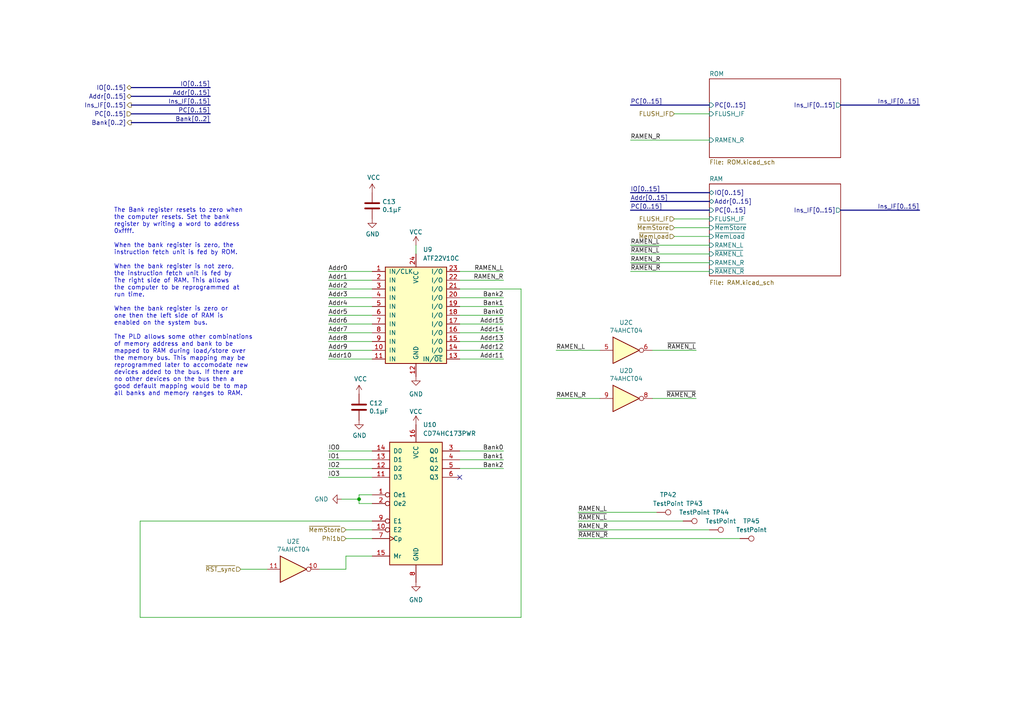
<source format=kicad_sch>
(kicad_sch (version 20250114) (generator "eeschema") (generator_version "9.0")
  (paper "A4")
  (title_block (date "2023-11-07") (rev "D"))
  (lib_symbols
    (symbol "74xx:74LS04"
      (property "Reference" "U" (at 0 1.27 0))
      (property "Value" "74LS04" (at 0 -1.27 0))
      (symbol "74LS04_1_0"
        (polyline (pts (xy -3.81 3.81) (xy -3.81 -3.81) (xy 3.81 0) (xy -3.81 3.81)) (stroke (width 0.254)) (fill (type background)))
        (pin input line (at -7.62 0 0) (length 3.81) (name "~") (number "1"))
        (pin output inverted (at 7.62 0 180) (length 3.81) (name "~") (number "2"))
      )
      (symbol "74LS04_2_0"
        (polyline (pts (xy -3.81 3.81) (xy -3.81 -3.81) (xy 3.81 0) (xy -3.81 3.81)) (stroke (width 0.254)) (fill (type background)))
        (pin input line (at -7.62 0 0) (length 3.81) (name "~") (number "3"))
        (pin output inverted (at 7.62 0 180) (length 3.81) (name "~") (number "4"))
      )
      (symbol "74LS04_3_0"
        (polyline (pts (xy -3.81 3.81) (xy -3.81 -3.81) (xy 3.81 0) (xy -3.81 3.81)) (stroke (width 0.254)) (fill (type background)))
        (pin input line (at -7.62 0 0) (length 3.81) (name "~") (number "5"))
        (pin output inverted (at 7.62 0 180) (length 3.81) (name "~") (number "6"))
      )
      (symbol "74LS04_4_0"
        (polyline (pts (xy -3.81 3.81) (xy -3.81 -3.81) (xy 3.81 0) (xy -3.81 3.81)) (stroke (width 0.254)) (fill (type background)))
        (pin input line (at -7.62 0 0) (length 3.81) (name "~") (number "9"))
        (pin output inverted (at 7.62 0 180) (length 3.81) (name "~") (number "8"))
      )
      (symbol "74LS04_5_0"
        (polyline (pts (xy -3.81 3.81) (xy -3.81 -3.81) (xy 3.81 0) (xy -3.81 3.81)) (stroke (width 0.254)) (fill (type background)))
        (pin input line (at -7.62 0 0) (length 3.81) (name "~") (number "11"))
        (pin output inverted (at 7.62 0 180) (length 3.81) (name "~") (number "10"))
      )
      (symbol "74LS04_6_0"
        (polyline (pts (xy -3.81 3.81) (xy -3.81 -3.81) (xy 3.81 0) (xy -3.81 3.81)) (stroke (width 0.254)) (fill (type background)))
        (pin input line (at -7.62 0 0) (length 3.81) (name "~") (number "13"))
        (pin output inverted (at 7.62 0 180) (length 3.81) (name "~") (number "12"))
      )
      (symbol "74LS04_7_0"
        (pin power_in line (at 0 12.7 270) (length 5.08) (name "VCC") (number "14"))
        (pin power_in line (at 0 -12.7 90) (length 5.08) (name "GND") (number "7"))
      )
      (symbol "74LS04_7_1"
        (rectangle (start -5.08 7.62) (end 5.08 -7.62) (stroke (width 0.254)) (fill (type background)))
      )
    )
    (symbol "74xx:74LS173" (pin_names (offset 1.016))
      (property "Reference" "U" (at -7.62 19.05 0))
      (property "Value" "74LS173" (at -7.62 -19.05 0))
      (symbol "74LS173_1_0"
        (pin input line (at -12.7 15.24 0) (length 5.08) (name "D0") (number "14"))
        (pin input line (at -12.7 12.7 0) (length 5.08) (name "D1") (number "13"))
        (pin input line (at -12.7 10.16 0) (length 5.08) (name "D2") (number "12"))
        (pin input line (at -12.7 7.62 0) (length 5.08) (name "D3") (number "11"))
        (pin input inverted (at -12.7 2.54 0) (length 5.08) (name "Oe1") (number "1"))
        (pin input inverted (at -12.7 0 0) (length 5.08) (name "Oe2") (number "2"))
        (pin input inverted (at -12.7 -5.08 0) (length 5.08) (name "E1") (number "9"))
        (pin input inverted (at -12.7 -7.62 0) (length 5.08) (name "E2") (number "10"))
        (pin input clock (at -12.7 -10.16 0) (length 5.08) (name "Cp") (number "7"))
        (pin input line (at -12.7 -15.24 0) (length 5.08) (name "Mr") (number "15"))
        (pin power_in line (at 0 22.86 270) (length 5.08) (name "VCC") (number "16"))
        (pin power_in line (at 0 -22.86 90) (length 5.08) (name "GND") (number "8"))
        (pin tri_state line (at 12.7 15.24 180) (length 5.08) (name "Q0") (number "3"))
        (pin tri_state line (at 12.7 12.7 180) (length 5.08) (name "Q1") (number "4"))
        (pin tri_state line (at 12.7 10.16 180) (length 5.08) (name "Q2") (number "5"))
        (pin tri_state line (at 12.7 7.62 180) (length 5.08) (name "Q3") (number "6"))
      )
      (symbol "74LS173_1_1"
        (rectangle (start -7.62 17.78) (end 7.62 -17.78) (stroke (width 0.254)) (fill (type background)))
      )
    )
    (symbol "Connector:TestPoint" (pin_numbers (hide yes)) (pin_names (offset 0.762) (hide yes))
      (property "Reference" "TP" (at 0 6.858 0))
      (property "Value" "TestPoint" (at 0 5.08 0))
      (symbol "TestPoint_0_1"
        (circle (center 0 3.302) (radius 0.762))
      )
      (symbol "TestPoint_1_1"
        (pin passive line (at 0 0 90) (length 2.54) (name "1") (number "1"))
      )
    )
    (symbol "Device:C" (pin_numbers (hide yes)) (pin_names (offset 0.254))
      (property "Reference" "C" (at 0.635 2.54 0))
      (property "Value" "C" (at 0.635 -2.54 0))
      (symbol "C_0_1"
        (polyline (pts (xy -2.032 0.762) (xy 2.032 0.762)) (stroke (width 0.508)))
        (polyline (pts (xy -2.032 -0.762) (xy 2.032 -0.762)) (stroke (width 0.508)))
      )
      (symbol "C_1_1"
        (pin passive line (at 0 3.81 270) (length 2.794) (name "~") (number "1"))
        (pin passive line (at 0 -3.81 90) (length 2.794) (name "~") (number "2"))
      )
    )
    (symbol "MEMModule-rescue:ATF22V10C-Logic_Programmable" (pin_names (offset 1.016))
      (property "Reference" "U" (at -7.62 17.78 0))
      (property "Value" "ATF22V10C-Logic_Programmable" (at -7.62 15.24 0))
      (symbol "ATF22V10C-Logic_Programmable_1_1"
        (rectangle (start -8.89 -15.24) (end 8.89 12.7) (stroke (width 0.254)) (fill (type background)))
        (pin input line (at -12.7 11.43 0) (length 3.81) (name "IN/CLK") (number "1"))
        (pin input line (at -12.7 8.89 0) (length 3.81) (name "IN") (number "2"))
        (pin input line (at -12.7 6.35 0) (length 3.81) (name "IN") (number "3"))
        (pin input line (at -12.7 3.81 0) (length 3.81) (name "IN") (number "4"))
        (pin input line (at -12.7 1.27 0) (length 3.81) (name "IN") (number "5"))
        (pin input line (at -12.7 -1.27 0) (length 3.81) (name "IN") (number "6"))
        (pin input line (at -12.7 -3.81 0) (length 3.81) (name "IN") (number "7"))
        (pin input line (at -12.7 -6.35 0) (length 3.81) (name "IN") (number "8"))
        (pin input line (at -12.7 -8.89 0) (length 3.81) (name "IN") (number "9"))
        (pin input line (at -12.7 -11.43 0) (length 3.81) (name "IN") (number "10"))
        (pin input line (at -12.7 -13.97 0) (length 3.81) (name "IN") (number "11"))
        (pin power_in line (at 0 16.51 270) (length 3.81) (name "VCC") (number "24"))
        (pin power_in line (at 0 -19.05 90) (length 3.81) (name "GND") (number "12"))
        (pin passive line (at 12.7 11.43 180) (length 3.81) (name "I/O") (number "23"))
        (pin passive line (at 12.7 8.89 180) (length 3.81) (name "I/O") (number "22"))
        (pin passive line (at 12.7 6.35 180) (length 3.81) (name "I/O") (number "21"))
        (pin passive line (at 12.7 3.81 180) (length 3.81) (name "I/O") (number "20"))
        (pin passive line (at 12.7 1.27 180) (length 3.81) (name "I/O") (number "19"))
        (pin passive line (at 12.7 -1.27 180) (length 3.81) (name "I/O") (number "18"))
        (pin passive line (at 12.7 -3.81 180) (length 3.81) (name "I/O") (number "17"))
        (pin passive line (at 12.7 -6.35 180) (length 3.81) (name "I/O") (number "16"))
        (pin passive line (at 12.7 -8.89 180) (length 3.81) (name "I/O") (number "15"))
        (pin passive line (at 12.7 -11.43 180) (length 3.81) (name "I/O") (number "14"))
        (pin input line (at 12.7 -13.97 180) (length 3.81) (name "IN/~{OE}") (number "13"))
      )
    )
    (symbol "power:GND" (power) (pin_names (offset 0))
      (property "Value" "GND" (at 0 -3.81 0))
      (symbol "GND_0_1"
        (polyline (pts (xy 0 0) (xy 0 -1.27) (xy 1.27 -1.27) (xy 0 -2.54) (xy -1.27 -1.27) (xy 0 -1.27)))
      )
      (symbol "GND_1_1"
        (pin power_in line (at 0 0 270) (length 0) (hide yes) (name "GND") (number "1"))
      )
    )
    (symbol "power:VCC" (power) (pin_names (offset 0))
      (property "Value" "VCC" (at 0 3.81 0))
      (symbol "VCC_0_1"
        (polyline (pts (xy -0.762 1.27) (xy 0 2.54)))
        (polyline (pts (xy 0 2.54) (xy 0.762 1.27)))
        (polyline (pts (xy 0 0) (xy 0 2.54)))
      )
      (symbol "VCC_1_1"
        (pin power_in line (at 0 0 90) (length 0) (hide yes) (name "VCC") (number "1"))
      )
    )
  )
  (text "The Bank register resets to zero when\nthe computer resets. Set the bank\nregister by writing a word to address\n0xffff.\n\nWhen the bank register is zero, the\ninstruction fetch unit is fed by ROM.\n\nWhen the bank register is not zero,\nthe instruction fetch unit is fed by\nThe right side of RAM. This allows\nthe computer to be reprogrammed at\nrun time.\n\nWhen the bank register is zero or\none then the left side of RAM is\nenabled on the system bus.\n\nThe PLD allows some other combinations\nof memory address and bank to be\nmapped to RAM during load/store over\nthe memory bus. This mapping may be\nreprogrammed later to accomodate new\ndevices added to the bus. If there are\nno other devices on the bus then a\ngood default mapping would be to map\nall banks and memory ranges to RAM." (at 33.02 114.935 0) (effects (font (size 1.27 1.27)) (justify left bottom)))
  (junction (at 104.14 144.78))
  (no_connect (at 133.35 138.43))
  (wire (pts (xy 146.05 135.89) (xy 133.35 135.89)))
  (bus (pts (xy 243.84 60.96) (xy 266.7 60.96)))
  (wire (pts (xy 104.14 144.78) (xy 104.14 146.05)))
  (wire (pts (xy 95.25 135.89) (xy 107.95 135.89)))
  (wire (pts (xy 95.25 88.9) (xy 107.95 88.9)))
  (wire (pts (xy 146.05 78.74) (xy 133.35 78.74)))
  (bus (pts (xy 38.1 33.02) (xy 60.96 33.02)))
  (wire (pts (xy 100.33 165.1) (xy 100.33 161.29)))
  (bus (pts (xy 205.74 30.48) (xy 182.88 30.48)))
  (wire (pts (xy 95.25 138.43) (xy 107.95 138.43)))
  (wire (pts (xy 40.64 151.13) (xy 107.95 151.13)))
  (wire (pts (xy 95.25 133.35) (xy 107.95 133.35)))
  (bus (pts (xy 205.74 60.96) (xy 182.88 60.96)))
  (wire (pts (xy 95.25 130.81) (xy 107.95 130.81)))
  (wire (pts (xy 201.93 115.57) (xy 189.23 115.57)))
  (wire (pts (xy 182.88 40.64) (xy 205.74 40.64)))
  (wire (pts (xy 95.25 91.44) (xy 107.95 91.44)))
  (wire (pts (xy 146.05 91.44) (xy 133.35 91.44)))
  (wire (pts (xy 146.05 86.36) (xy 133.35 86.36)))
  (wire (pts (xy 146.05 104.14) (xy 133.35 104.14)))
  (wire (pts (xy 69.85 165.1) (xy 77.47 165.1)))
  (wire (pts (xy 95.25 81.28) (xy 107.95 81.28)))
  (wire (pts (xy 146.05 88.9) (xy 133.35 88.9)))
  (wire (pts (xy 99.06 144.78) (xy 104.14 144.78)))
  (wire (pts (xy 182.88 73.66) (xy 205.74 73.66)))
  (wire (pts (xy 146.05 133.35) (xy 133.35 133.35)))
  (bus (pts (xy 38.1 35.56) (xy 60.96 35.56)))
  (wire (pts (xy 95.25 101.6) (xy 107.95 101.6)))
  (wire (pts (xy 167.64 156.21) (xy 214.63 156.21)))
  (wire (pts (xy 195.58 68.58) (xy 205.74 68.58)))
  (wire (pts (xy 40.64 151.13) (xy 40.64 179.07)))
  (bus (pts (xy 205.74 55.88) (xy 182.88 55.88)))
  (wire (pts (xy 104.14 146.05) (xy 107.95 146.05)))
  (wire (pts (xy 151.13 83.82) (xy 151.13 179.07)))
  (wire (pts (xy 146.05 101.6) (xy 133.35 101.6)))
  (wire (pts (xy 133.35 83.82) (xy 151.13 83.82)))
  (bus (pts (xy 38.1 30.48) (xy 60.96 30.48)))
  (wire (pts (xy 146.05 99.06) (xy 133.35 99.06)))
  (bus (pts (xy 205.74 58.42) (xy 182.88 58.42)))
  (wire (pts (xy 195.58 33.02) (xy 205.74 33.02)))
  (wire (pts (xy 95.25 83.82) (xy 107.95 83.82)))
  (wire (pts (xy 146.05 81.28) (xy 133.35 81.28)))
  (wire (pts (xy 146.05 93.98) (xy 133.35 93.98)))
  (wire (pts (xy 182.88 78.74) (xy 205.74 78.74)))
  (wire (pts (xy 95.25 99.06) (xy 107.95 99.06)))
  (wire (pts (xy 95.25 104.14) (xy 107.95 104.14)))
  (wire (pts (xy 95.25 78.74) (xy 107.95 78.74)))
  (wire (pts (xy 92.71 165.1) (xy 100.33 165.1)))
  (wire (pts (xy 100.33 161.29) (xy 107.95 161.29)))
  (wire (pts (xy 120.65 71.12) (xy 120.65 73.66)))
  (wire (pts (xy 100.33 153.67) (xy 107.95 153.67)))
  (wire (pts (xy 95.25 96.52) (xy 107.95 96.52)))
  (wire (pts (xy 100.33 156.21) (xy 107.95 156.21)))
  (wire (pts (xy 182.88 71.12) (xy 205.74 71.12)))
  (wire (pts (xy 167.64 148.59) (xy 190.5 148.59)))
  (wire (pts (xy 95.25 86.36) (xy 107.95 86.36)))
  (wire (pts (xy 95.25 93.98) (xy 107.95 93.98)))
  (wire (pts (xy 195.58 63.5) (xy 205.74 63.5)))
  (wire (pts (xy 201.93 101.6) (xy 189.23 101.6)))
  (wire (pts (xy 167.64 151.13) (xy 198.12 151.13)))
  (bus (pts (xy 38.1 25.4) (xy 60.96 25.4)))
  (wire (pts (xy 146.05 130.81) (xy 133.35 130.81)))
  (wire (pts (xy 40.64 179.07) (xy 151.13 179.07)))
  (wire (pts (xy 167.64 153.67) (xy 205.74 153.67)))
  (wire (pts (xy 104.14 143.51) (xy 104.14 144.78)))
  (wire (pts (xy 161.29 101.6) (xy 173.99 101.6)))
  (bus (pts (xy 38.1 27.94) (xy 60.96 27.94)))
  (wire (pts (xy 107.95 143.51) (xy 104.14 143.51)))
  (wire (pts (xy 146.05 96.52) (xy 133.35 96.52)))
  (wire (pts (xy 182.88 76.2) (xy 205.74 76.2)))
  (bus (pts (xy 243.84 30.48) (xy 266.7 30.48)))
  (wire (pts (xy 161.29 115.57) (xy 173.99 115.57)))
  (wire (pts (xy 195.58 66.04) (xy 205.74 66.04)))
  (label "Addr15" (at 146.05 93.98 180))
  (label "~{RAMEN_L}" (at 182.88 73.66 0))
  (label "Addr7" (at 95.25 96.52 0))
  (label "Addr1" (at 95.25 81.28 0))
  (label "RAMEN_L" (at 167.64 148.59 0))
  (label "~{RAMEN_R}" (at 167.64 156.21 0))
  (label "RAMEN_L" (at 182.88 71.12 0))
  (label "Addr9" (at 95.25 101.6 0))
  (label "PC[0..15]" (at 182.88 30.48 0))
  (label "Addr13" (at 146.05 99.06 180))
  (label "RAMEN_R" (at 167.64 153.67 0))
  (label "Addr14" (at 146.05 96.52 180))
  (label "~{RAMEN_R}" (at 201.93 115.57 180))
  (label "Bank0" (at 146.05 91.44 180))
  (label "Addr[0..15]" (at 182.88 58.42 0))
  (label "Bank1" (at 146.05 133.35 180))
  (label "Addr3" (at 95.25 86.36 0))
  (label "Bank[0..2]" (at 60.96 35.56 180))
  (label "Addr6" (at 95.25 93.98 0))
  (label "Ins_IF[0..15]" (at 266.7 30.48 180))
  (label "RAMEN_L" (at 161.29 101.6 0))
  (label "RAMEN_R" (at 182.88 76.2 0))
  (label "IO2" (at 95.25 135.89 0))
  (label "Addr11" (at 146.05 104.14 180))
  (label "~{RAMEN_L}" (at 201.93 101.6 180))
  (label "Ins_IF[0..15]" (at 60.96 30.48 180))
  (label "~{RAMEN_L}" (at 167.64 151.13 0))
  (label "Addr10" (at 95.25 104.14 0))
  (label "Addr5" (at 95.25 91.44 0))
  (label "Ins_IF[0..15]" (at 266.7 60.96 180))
  (label "Bank0" (at 146.05 130.81 180))
  (label "Addr0" (at 95.25 78.74 0))
  (label "IO[0..15]" (at 60.96 25.4 180))
  (label "PC[0..15]" (at 60.96 33.02 180))
  (label "Addr8" (at 95.25 99.06 0))
  (label "Addr2" (at 95.25 83.82 0))
  (label "Bank2" (at 146.05 86.36 180))
  (label "RAMEN_R" (at 146.05 81.28 180))
  (label "Addr4" (at 95.25 88.9 0))
  (label "IO1" (at 95.25 133.35 0))
  (label "Bank1" (at 146.05 88.9 180))
  (label "IO[0..15]" (at 182.88 55.88 0))
  (label "Bank2" (at 146.05 135.89 180))
  (label "PC[0..15]" (at 182.88 60.96 0))
  (label "RAMEN_R" (at 161.29 115.57 0))
  (label "RAMEN_R" (at 182.88 40.64 0))
  (label "IO0" (at 95.25 130.81 0))
  (label "RAMEN_L" (at 146.05 78.74 180))
  (label "IO3" (at 95.25 138.43 0))
  (label "Addr[0..15]" (at 60.96 27.94 180))
  (label "~{RAMEN_R}" (at 182.88 78.74 0))
  (label "Addr12" (at 146.05 101.6 180))
  (hierarchical_label "Phi1b" (shape input) (at 100.33 156.21 180))
  (hierarchical_label "PC[0..15]" (shape input) (at 38.1 33.02 180))
  (hierarchical_label "~{MemStore}" (shape input) (at 100.33 153.67 180))
  (hierarchical_label "IO[0..15]" (shape tri_state) (at 38.1 25.4 180))
  (hierarchical_label "~{RST_sync}" (shape input) (at 69.85 165.1 180))
  (hierarchical_label "Addr[0..15]" (shape tri_state) (at 38.1 27.94 180))
  (hierarchical_label "Bank[0..2]" (shape output) (at 38.1 35.56 180))
  (hierarchical_label "~{MemStore}" (shape input) (at 195.58 66.04 180))
  (hierarchical_label "FLUSH_IF" (shape input) (at 195.58 33.02 180))
  (hierarchical_label "Ins_IF[0..15]" (shape output) (at 38.1 30.48 180))
  (hierarchical_label "~{MemLoad}" (shape input) (at 195.58 68.58 180))
  (hierarchical_label "FLUSH_IF" (shape input) (at 195.58 63.5 180))
  (symbol (lib_id "MEMModule-rescue:ATF22V10C-Logic_Programmable") (at 120.65 90.17 0) (unit 1)
    (property "Reference" "U9" (at 122.6694 72.39 0) (effects (justify left)))
    (property "Value" "ATF22V10C" (at 122.6694 74.93 0) (effects (justify left)))
    (property "Footprint" "Package_DIP:DIP-24_W7.62mm_Socket" (effects (hide yes)))
  )
  (symbol (lib_id "power:GND") (at 104.14 121.92 0) (unit 1)
    (property "Reference" "#PWR0141" (effects (hide yes)))
    (property "Value" "GND" (at 104.267 126.3142 0))
  )
  (symbol (lib_id "74xx:74LS04") (at 181.61 115.57 0) (unit 4)
    (property "Reference" "U2" (at 181.61 107.5182 0))
    (property "Value" "74AHCT04" (at 181.61 109.8296 0))
    (property "Footprint" "Package_SO:TSSOP-14_4.4x5mm_P0.65mm" (effects (hide yes)))
    (property "Datasheet" "https://www.mouser.com/datasheet/2/916/74AHCT04A-1545508.pdf" (effects (hide yes)))
    (property "Mouser" "https://www.mouser.com/ProductDetail/Nexperia/74AHCT04APWJ?qs=5aG0NVq1C4yf8jbQquj09Q==" (effects (hide yes)))
  )
  (symbol (lib_id "power:GND") (at 99.06 144.78 270) (unit 1)
    (property "Reference" "#PWR0139" (effects (hide yes)))
    (property "Value" "GND" (at 95.25 144.7799 90) (effects (justify right)))
  )
  (symbol (lib_id "Device:C") (at 107.95 59.69 0) (unit 1)
    (property "Reference" "C13" (at 110.871 58.5216 0) (effects (justify left)))
    (property "Value" "0.1μF" (at 110.871 60.833 0) (effects (justify left)))
    (property "Footprint" "Capacitor_SMD:C_0603_1608Metric_Pad1.08x0.95mm_HandSolder" (effects (hide yes)))
    (property "Mouser" "https://www.mouser.com/ProductDetail/963-EMK107B7104KAHT" (effects (hide yes)))
  )
  (symbol (lib_id "Device:C") (at 104.14 118.11 0) (unit 1)
    (property "Reference" "C12" (at 107.061 116.9416 0) (effects (justify left)))
    (property "Value" "0.1μF" (at 107.061 119.253 0) (effects (justify left)))
    (property "Footprint" "Capacitor_SMD:C_0603_1608Metric_Pad1.08x0.95mm_HandSolder" (effects (hide yes)))
    (property "Mouser" "https://www.mouser.com/ProductDetail/963-EMK107B7104KAHT" (effects (hide yes)))
  )
  (symbol (lib_id "Connector:TestPoint") (at 214.63 156.21 270) (mirror x) (unit 1)
    (property "Reference" "TP45" (at 217.932 151.13 90))
    (property "Value" "TestPoint" (at 217.932 153.67 90))
    (property "Footprint" "TestPoint:TestPoint_Pad_D1.0mm" (effects (hide yes)))
  )
  (symbol (lib_id "74xx:74LS04") (at 85.09 165.1 0) (unit 5)
    (property "Reference" "U2" (at 85.09 157.0482 0))
    (property "Value" "74AHCT04" (at 85.09 159.3596 0))
    (property "Footprint" "Package_SO:TSSOP-14_4.4x5mm_P0.65mm" (effects (hide yes)))
    (property "Datasheet" "https://www.mouser.com/datasheet/2/916/74AHCT04A-1545508.pdf" (effects (hide yes)))
    (property "Mouser" "https://www.mouser.com/ProductDetail/Nexperia/74AHCT04APWJ?qs=5aG0NVq1C4yf8jbQquj09Q==" (effects (hide yes)))
  )
  (symbol (lib_id "74xx:74LS04") (at 181.61 101.6 0) (unit 3)
    (property "Reference" "U2" (at 181.61 93.5482 0))
    (property "Value" "74AHCT04" (at 181.61 95.8596 0))
    (property "Footprint" "Package_SO:TSSOP-14_4.4x5mm_P0.65mm" (effects (hide yes)))
    (property "Datasheet" "https://www.mouser.com/datasheet/2/916/74AHCT04A-1545508.pdf" (effects (hide yes)))
    (property "Mouser" "https://www.mouser.com/ProductDetail/Nexperia/74AHCT04APWJ?qs=5aG0NVq1C4yf8jbQquj09Q==" (effects (hide yes)))
  )
  (symbol (lib_id "power:GND") (at 120.65 168.91 0) (unit 1)
    (property "Reference" "#PWR0147" (effects (hide yes)))
    (property "Value" "GND" (at 120.65 173.99 0))
  )
  (symbol (lib_id "power:GND") (at 120.65 109.22 0) (unit 1)
    (property "Reference" "#PWR0145" (effects (hide yes)))
    (property "Value" "GND" (at 120.65 114.3 0))
  )
  (symbol (lib_id "74xx:74LS173") (at 120.65 146.05 0) (unit 1)
    (property "Reference" "U10" (at 122.6694 123.19 0) (effects (justify left)))
    (property "Value" "CD74HC173PWR" (at 122.6694 125.73 0) (effects (justify left)))
    (property "Footprint" "Package_SO:TSSOP-16_4.4x5mm_P0.65mm" (effects (hide yes)))
    (property "Datasheet" "http://www.ti.com/general/docs/suppproductinfo.tsp?distId=26&gotoUrl=http%3A%2F%2Fwww.ti.com%2Flit%2Fgpn%2Fcd74hc173" (effects (hide yes)))
    (property "Mouser" "https://www.mouser.com/ProductDetail/Texas-Instruments/CD74HC173PWR?qs=JD1fk4stihbsXf8KpXAZKQ%3D%3D" (effects (hide yes)))
  )
  (symbol (lib_id "Connector:TestPoint") (at 205.74 153.67 270) (mirror x) (unit 1)
    (property "Reference" "TP44" (at 209.042 148.59 90))
    (property "Value" "TestPoint" (at 209.042 151.13 90))
    (property "Footprint" "TestPoint:TestPoint_Pad_D1.0mm" (effects (hide yes)))
  )
  (symbol (lib_id "power:VCC") (at 120.65 123.19 0) (unit 1)
    (property "Reference" "#PWR0146" (effects (hide yes)))
    (property "Value" "VCC" (at 120.65 119.38 0))
  )
  (symbol (lib_id "power:GND") (at 107.95 63.5 0) (unit 1)
    (property "Reference" "#PWR0143" (effects (hide yes)))
    (property "Value" "GND" (at 108.077 67.8942 0))
  )
  (symbol (lib_id "Connector:TestPoint") (at 190.5 148.59 270) (mirror x) (unit 1)
    (property "Reference" "TP42" (at 193.802 143.51 90))
    (property "Value" "TestPoint" (at 193.802 146.05 90))
    (property "Footprint" "TestPoint:TestPoint_Pad_D1.0mm" (effects (hide yes)))
  )
  (symbol (lib_id "power:VCC") (at 104.14 114.3 0) (unit 1)
    (property "Reference" "#PWR0140" (effects (hide yes)))
    (property "Value" "VCC" (at 104.5718 109.9058 0))
  )
  (symbol (lib_id "power:VCC") (at 107.95 55.88 0) (unit 1)
    (property "Reference" "#PWR0142" (effects (hide yes)))
    (property "Value" "VCC" (at 108.3818 51.4858 0))
  )
  (symbol (lib_id "Connector:TestPoint") (at 198.12 151.13 270) (mirror x) (unit 1)
    (property "Reference" "TP43" (at 201.422 146.05 90))
    (property "Value" "TestPoint" (at 201.422 148.59 90))
    (property "Footprint" "TestPoint:TestPoint_Pad_D1.0mm" (effects (hide yes)))
  )
  (symbol (lib_id "power:VCC") (at 120.65 71.12 0) (unit 1)
    (property "Reference" "#PWR0144" (effects (hide yes)))
    (property "Value" "VCC" (at 120.65 67.31 0))
  )
  (sheet (at 205.74 22.86) (size 38.1 22.86) (stroke (width 0.1524))
    (property "Sheetname" "ROM" (at 205.74 22.1484 0) (effects (justify left bottom)))
    (property "Sheetfile" "ROM.kicad_sch" (at 205.74 46.3046 0) (effects (justify left top)))
    (pin "RAMEN_R" input (at 205.74 40.64 180))
    (pin "FLUSH_IF" input (at 205.74 33.02 180))
    (pin "PC[0..15]" input (at 205.74 30.48 180))
    (pin "Ins_IF[0..15]" output (at 243.84 30.48 0))
  )
  (sheet (at 205.74 53.34) (size 38.1 26.67) (stroke (width 0.1524))
    (property "Sheetname" "RAM" (at 205.74 52.6284 0) (effects (justify left bottom)))
    (property "Sheetfile" "RAM.kicad_sch" (at 205.74 81.2296 0) (effects (justify left top)))
    (pin "Ins_IF[0..15]" output (at 243.84 60.96 0))
    (pin "IO[0..15]" tri_state (at 205.74 55.88 180))
    (pin "Addr[0..15]" tri_state (at 205.74 58.42 180))
    (pin "PC[0..15]" input (at 205.74 60.96 180))
    (pin "FLUSH_IF" input (at 205.74 63.5 180))
    (pin "~{MemStore}" input (at 205.74 66.04 180))
    (pin "~{MemLoad}" input (at 205.74 68.58 180))
    (pin "~{RAMEN_L}" input (at 205.74 73.66 180))
    (pin "~{RAMEN_R}" input (at 205.74 78.74 180))
    (pin "RAMEN_R" input (at 205.74 76.2 180))
    (pin "RAMEN_L" input (at 205.74 71.12 180))
  )
)
</source>
